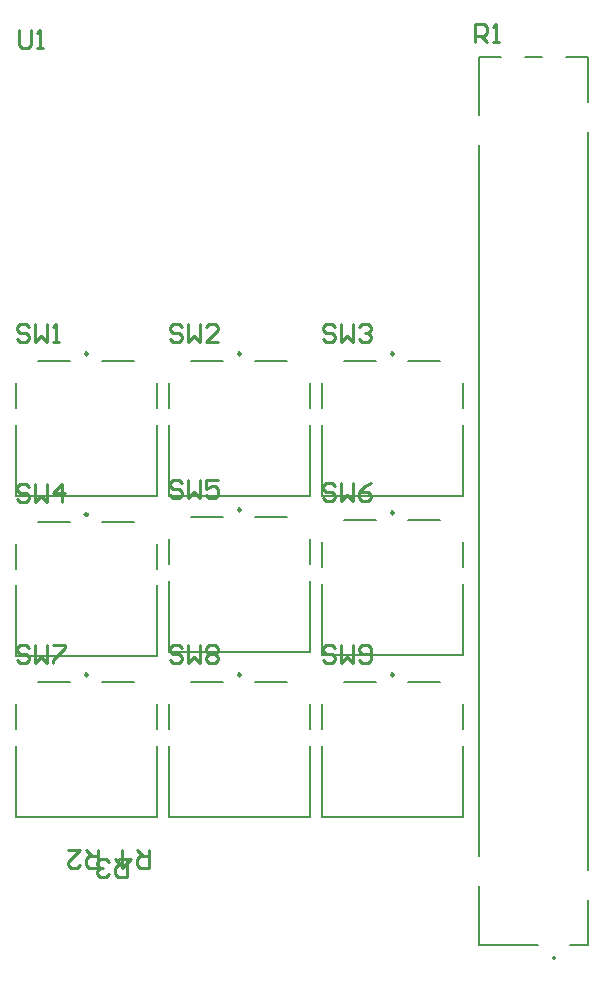
<source format=gbr>
G04*
G04 #@! TF.GenerationSoftware,Altium Limited,Altium Designer,24.6.1 (21)*
G04*
G04 Layer_Color=65535*
%FSLAX44Y44*%
%MOMM*%
G71*
G04*
G04 #@! TF.SameCoordinates,A1155FF5-20E2-49EF-A20C-19287BC56D99*
G04*
G04*
G04 #@! TF.FilePolarity,Positive*
G04*
G01*
G75*
%ADD10C,0.2500*%
%ADD11C,0.1524*%
%ADD12C,0.2000*%
%ADD13C,0.2540*%
D10*
X368280Y1015760D02*
G03*
X368280Y1015760I-1250J0D01*
G01*
Y743980D02*
G03*
X368280Y743980I-1250J0D01*
G01*
Y879870D02*
G03*
X368280Y879870I-1250J0D01*
G01*
X497820Y743980D02*
G03*
X497820Y743980I-1250J0D01*
G01*
X627360D02*
G03*
X627360Y743980I-1250J0D01*
G01*
X497820Y883680D02*
G03*
X497820Y883680I-1250J0D01*
G01*
X627360Y881140D02*
G03*
X627360Y881140I-1250J0D01*
G01*
X497820Y1015760D02*
G03*
X497820Y1015760I-1250J0D01*
G01*
X627360D02*
G03*
X627360Y1015760I-1250J0D01*
G01*
D11*
X764159Y504190D02*
G03*
X764159Y504190I-1270J0D01*
G01*
X699262Y515620D02*
Y565072D01*
X791718Y1229438D02*
Y1267460D01*
Y579198D02*
Y1203882D01*
X699262Y1267460D02*
X717948D01*
X738234D02*
X752746D01*
X776376Y515620D02*
X791718D01*
Y553642D01*
X699262Y515620D02*
X749402D01*
X699262Y1218008D02*
Y1267460D01*
X773032D02*
X791718D01*
X699262Y590628D02*
Y1192452D01*
D12*
X307030Y969560D02*
Y990890D01*
X326380Y1009660D02*
X353530D01*
X307030Y895660D02*
Y955760D01*
Y895660D02*
X427030D01*
X380530Y1009650D02*
X407680Y1009660D01*
X427030Y895660D02*
Y955760D01*
Y969560D02*
X427033Y990887D01*
X307030Y697780D02*
Y719110D01*
X326380Y737880D02*
X353530D01*
X307030Y623880D02*
Y683980D01*
Y623880D02*
X427030D01*
X380530Y737870D02*
X407680Y737880D01*
X427030Y623880D02*
Y683980D01*
Y697780D02*
X427033Y719107D01*
X307030Y833670D02*
Y855000D01*
X326380Y873770D02*
X353530D01*
X307030Y759770D02*
Y819870D01*
Y759770D02*
X427030D01*
X380530Y873760D02*
X407680Y873770D01*
X427030Y759770D02*
Y819870D01*
Y833670D02*
X427033Y854997D01*
X556570Y697780D02*
X556573Y719107D01*
X556570Y623880D02*
Y683980D01*
X510070Y737870D02*
X537220Y737880D01*
X436570Y623880D02*
X556570D01*
X436570D02*
Y683980D01*
X455920Y737880D02*
X483070D01*
X436570Y697780D02*
Y719110D01*
X686110Y697780D02*
X686113Y719107D01*
X686110Y623880D02*
Y683980D01*
X639610Y737870D02*
X666760Y737880D01*
X566110Y623880D02*
X686110D01*
X566110D02*
Y683980D01*
X585460Y737880D02*
X612610D01*
X566110Y697780D02*
Y719110D01*
X556570Y837480D02*
X556573Y858807D01*
X556570Y763580D02*
Y823680D01*
X510070Y877570D02*
X537220Y877580D01*
X436570Y763580D02*
X556570D01*
X436570D02*
Y823680D01*
X455920Y877580D02*
X483070D01*
X436570Y837480D02*
Y858810D01*
X686110Y834940D02*
X686113Y856267D01*
X686110Y761040D02*
Y821140D01*
X639610Y875030D02*
X666760Y875040D01*
X566110Y761040D02*
X686110D01*
X566110D02*
Y821140D01*
X585460Y875040D02*
X612610D01*
X566110Y834940D02*
Y856270D01*
X556570Y969560D02*
X556573Y990887D01*
X556570Y895660D02*
Y955760D01*
X510070Y1009650D02*
X537220Y1009660D01*
X436570Y895660D02*
X556570D01*
X436570D02*
Y955760D01*
X455920Y1009660D02*
X483070D01*
X436570Y969560D02*
Y990890D01*
X686110Y969560D02*
X686113Y990887D01*
X686110Y895660D02*
Y955760D01*
X639610Y1009650D02*
X666760Y1009660D01*
X566110Y895660D02*
X686110D01*
X566110D02*
Y955760D01*
X585460Y1009660D02*
X612610D01*
X566110Y969560D02*
Y990890D01*
D13*
X318259Y1038602D02*
X315720Y1041141D01*
X310641D01*
X308102Y1038602D01*
Y1036063D01*
X310641Y1033523D01*
X315720D01*
X318259Y1030984D01*
Y1028445D01*
X315720Y1025906D01*
X310641D01*
X308102Y1028445D01*
X323337Y1041141D02*
Y1025906D01*
X328415Y1030984D01*
X333494Y1025906D01*
Y1041141D01*
X338572Y1025906D02*
X343651D01*
X341111D01*
Y1041141D01*
X338572Y1038602D01*
X420366Y595708D02*
Y580472D01*
X412748D01*
X410209Y583012D01*
Y588090D01*
X412748Y590629D01*
X420366D01*
X415288D02*
X410209Y595708D01*
X397513D02*
Y580472D01*
X405131Y588090D01*
X394974D01*
X318259Y766822D02*
X315720Y769361D01*
X310641D01*
X308102Y766822D01*
Y764283D01*
X310641Y761743D01*
X315720D01*
X318259Y759204D01*
Y756665D01*
X315720Y754126D01*
X310641D01*
X308102Y756665D01*
X323337Y769361D02*
Y754126D01*
X328415Y759204D01*
X333494Y754126D01*
Y769361D01*
X338572D02*
X348729D01*
Y766822D01*
X338572Y756665D01*
Y754126D01*
X318259Y902712D02*
X315720Y905251D01*
X310641D01*
X308102Y902712D01*
Y900173D01*
X310641Y897634D01*
X315720D01*
X318259Y895094D01*
Y892555D01*
X315720Y890016D01*
X310641D01*
X308102Y892555D01*
X323337Y905251D02*
Y890016D01*
X328415Y895094D01*
X333494Y890016D01*
Y905251D01*
X346190Y890016D02*
Y905251D01*
X338572Y897634D01*
X348729D01*
X377186Y595628D02*
Y580392D01*
X369568D01*
X367029Y582932D01*
Y588010D01*
X369568Y590549D01*
X377186D01*
X372108D02*
X367029Y595628D01*
X351794D02*
X361951D01*
X351794Y585471D01*
Y582932D01*
X354333Y580392D01*
X359412D01*
X361951Y582932D01*
X401316Y588008D02*
Y572772D01*
X393698D01*
X391159Y575312D01*
Y580390D01*
X393698Y582929D01*
X401316D01*
X396237D02*
X391159Y588008D01*
X386081Y575312D02*
X383542Y572772D01*
X378463D01*
X375924Y575312D01*
Y577851D01*
X378463Y580390D01*
X381003D01*
X378463D01*
X375924Y582929D01*
Y585468D01*
X378463Y588008D01*
X383542D01*
X386081Y585468D01*
X310134Y1290061D02*
Y1277365D01*
X312673Y1274826D01*
X317752D01*
X320291Y1277365D01*
Y1290061D01*
X325369Y1274826D02*
X330447D01*
X327908D01*
Y1290061D01*
X325369Y1287522D01*
X695960Y1279652D02*
Y1294887D01*
X703577D01*
X706117Y1292348D01*
Y1287269D01*
X703577Y1284730D01*
X695960D01*
X701038D02*
X706117Y1279652D01*
X711195D02*
X716273D01*
X713734D01*
Y1294887D01*
X711195Y1292348D01*
X577339Y766822D02*
X574799Y769361D01*
X569721D01*
X567182Y766822D01*
Y764283D01*
X569721Y761743D01*
X574799D01*
X577339Y759204D01*
Y756665D01*
X574799Y754126D01*
X569721D01*
X567182Y756665D01*
X582417Y769361D02*
Y754126D01*
X587495Y759204D01*
X592574Y754126D01*
Y769361D01*
X597652Y756665D02*
X600191Y754126D01*
X605270D01*
X607809Y756665D01*
Y766822D01*
X605270Y769361D01*
X600191D01*
X597652Y766822D01*
Y764283D01*
X600191Y761743D01*
X607809D01*
X447799Y766822D02*
X445260Y769361D01*
X440181D01*
X437642Y766822D01*
Y764283D01*
X440181Y761743D01*
X445260D01*
X447799Y759204D01*
Y756665D01*
X445260Y754126D01*
X440181D01*
X437642Y756665D01*
X452877Y769361D02*
Y754126D01*
X457955Y759204D01*
X463034Y754126D01*
Y769361D01*
X468112Y766822D02*
X470651Y769361D01*
X475730D01*
X478269Y766822D01*
Y764283D01*
X475730Y761743D01*
X478269Y759204D01*
Y756665D01*
X475730Y754126D01*
X470651D01*
X468112Y756665D01*
Y759204D01*
X470651Y761743D01*
X468112Y764283D01*
Y766822D01*
X470651Y761743D02*
X475730D01*
X577339Y903982D02*
X574799Y906521D01*
X569721D01*
X567182Y903982D01*
Y901443D01*
X569721Y898904D01*
X574799D01*
X577339Y896364D01*
Y893825D01*
X574799Y891286D01*
X569721D01*
X567182Y893825D01*
X582417Y906521D02*
Y891286D01*
X587495Y896364D01*
X592574Y891286D01*
Y906521D01*
X607809D02*
X602730Y903982D01*
X597652Y898904D01*
Y893825D01*
X600191Y891286D01*
X605270D01*
X607809Y893825D01*
Y896364D01*
X605270Y898904D01*
X597652D01*
X447799Y906522D02*
X445260Y909061D01*
X440181D01*
X437642Y906522D01*
Y903983D01*
X440181Y901443D01*
X445260D01*
X447799Y898904D01*
Y896365D01*
X445260Y893826D01*
X440181D01*
X437642Y896365D01*
X452877Y909061D02*
Y893826D01*
X457955Y898904D01*
X463034Y893826D01*
Y909061D01*
X478269D02*
X468112D01*
Y901443D01*
X473190Y903983D01*
X475730D01*
X478269Y901443D01*
Y896365D01*
X475730Y893826D01*
X470651D01*
X468112Y896365D01*
X577339Y1038602D02*
X574799Y1041141D01*
X569721D01*
X567182Y1038602D01*
Y1036063D01*
X569721Y1033523D01*
X574799D01*
X577339Y1030984D01*
Y1028445D01*
X574799Y1025906D01*
X569721D01*
X567182Y1028445D01*
X582417Y1041141D02*
Y1025906D01*
X587495Y1030984D01*
X592574Y1025906D01*
Y1041141D01*
X597652Y1038602D02*
X600191Y1041141D01*
X605270D01*
X607809Y1038602D01*
Y1036063D01*
X605270Y1033523D01*
X602730D01*
X605270D01*
X607809Y1030984D01*
Y1028445D01*
X605270Y1025906D01*
X600191D01*
X597652Y1028445D01*
X447799Y1038602D02*
X445260Y1041141D01*
X440181D01*
X437642Y1038602D01*
Y1036063D01*
X440181Y1033523D01*
X445260D01*
X447799Y1030984D01*
Y1028445D01*
X445260Y1025906D01*
X440181D01*
X437642Y1028445D01*
X452877Y1041141D02*
Y1025906D01*
X457955Y1030984D01*
X463034Y1025906D01*
Y1041141D01*
X478269Y1025906D02*
X468112D01*
X478269Y1036063D01*
Y1038602D01*
X475730Y1041141D01*
X470651D01*
X468112Y1038602D01*
M02*

</source>
